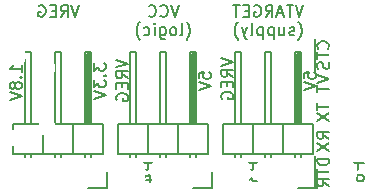
<source format=gbo>
G04 #@! TF.FileFunction,Legend,Bot*
%FSLAX46Y46*%
G04 Gerber Fmt 4.6, Leading zero omitted, Abs format (unit mm)*
G04 Created by KiCad (PCBNEW 4.0.0-stable) date Wednesday, March 30, 2016 'PMt' 02:33:30 PM*
%MOMM*%
G01*
G04 APERTURE LIST*
%ADD10C,0.100000*%
%ADD11C,0.150000*%
%ADD12O,1.350000X1.650000*%
%ADD13O,1.950000X1.400000*%
%ADD14R,2.127200X2.432000*%
%ADD15O,2.127200X2.432000*%
%ADD16R,2.432000X2.127200*%
%ADD17O,2.432000X2.127200*%
G04 APERTURE END LIST*
D10*
D11*
X27916143Y12358619D02*
X27963762Y12406238D01*
X28011381Y12549095D01*
X28011381Y12644333D01*
X27963762Y12787191D01*
X27868524Y12882429D01*
X27773286Y12930048D01*
X27582810Y12977667D01*
X27439952Y12977667D01*
X27249476Y12930048D01*
X27154238Y12882429D01*
X27059000Y12787191D01*
X27011381Y12644333D01*
X27011381Y12549095D01*
X27059000Y12406238D01*
X27106619Y12358619D01*
X27011381Y12072905D02*
X27011381Y11501476D01*
X28011381Y11787191D02*
X27011381Y11787191D01*
X27963762Y11215762D02*
X28011381Y11072905D01*
X28011381Y10834809D01*
X27963762Y10739571D01*
X27916143Y10691952D01*
X27820905Y10644333D01*
X27725667Y10644333D01*
X27630429Y10691952D01*
X27582810Y10739571D01*
X27535190Y10834809D01*
X27487571Y11025286D01*
X27439952Y11120524D01*
X27392333Y11168143D01*
X27297095Y11215762D01*
X27201857Y11215762D01*
X27106619Y11168143D01*
X27059000Y11120524D01*
X27011381Y11025286D01*
X27011381Y10787190D01*
X27059000Y10644333D01*
X26839000Y13168143D02*
X26839000Y10453857D01*
X27011381Y10112286D02*
X28011381Y9778953D01*
X27011381Y9445619D01*
X27011381Y9255143D02*
X27011381Y8683714D01*
X28011381Y8969429D02*
X27011381Y8969429D01*
X27011381Y7746905D02*
X27011381Y7175476D01*
X28011381Y7461191D02*
X27011381Y7461191D01*
X27011381Y6937381D02*
X28011381Y6270714D01*
X27011381Y6270714D02*
X28011381Y6937381D01*
X28011381Y4738666D02*
X27535190Y5072000D01*
X28011381Y5310095D02*
X27011381Y5310095D01*
X27011381Y4929142D01*
X27059000Y4833904D01*
X27106619Y4786285D01*
X27201857Y4738666D01*
X27344714Y4738666D01*
X27439952Y4786285D01*
X27487571Y4833904D01*
X27535190Y4929142D01*
X27535190Y5310095D01*
X27011381Y4405333D02*
X28011381Y3738666D01*
X27011381Y3738666D02*
X28011381Y4405333D01*
X28011381Y3047857D02*
X27011381Y3047857D01*
X27011381Y2809762D01*
X27059000Y2666904D01*
X27154238Y2571666D01*
X27249476Y2524047D01*
X27439952Y2476428D01*
X27582810Y2476428D01*
X27773286Y2524047D01*
X27868524Y2571666D01*
X27963762Y2666904D01*
X28011381Y2809762D01*
X28011381Y3047857D01*
X27011381Y2190714D02*
X27011381Y1619285D01*
X28011381Y1905000D02*
X27011381Y1905000D01*
X28011381Y714523D02*
X27535190Y1047857D01*
X28011381Y1285952D02*
X27011381Y1285952D01*
X27011381Y904999D01*
X27059000Y809761D01*
X27106619Y762142D01*
X27201857Y714523D01*
X27344714Y714523D01*
X27439952Y762142D01*
X27487571Y809761D01*
X27535190Y904999D01*
X27535190Y1285952D01*
X26839000Y3285952D02*
X26839000Y524047D01*
X25868381Y9842476D02*
X25868381Y10318667D01*
X26344571Y10366286D01*
X26296952Y10318667D01*
X26249333Y10223429D01*
X26249333Y9985333D01*
X26296952Y9890095D01*
X26344571Y9842476D01*
X26439810Y9794857D01*
X26677905Y9794857D01*
X26773143Y9842476D01*
X26820762Y9890095D01*
X26868381Y9985333D01*
X26868381Y10223429D01*
X26820762Y10318667D01*
X26773143Y10366286D01*
X25868381Y9509143D02*
X26868381Y9175810D01*
X25868381Y8842476D01*
X18883381Y11564714D02*
X19883381Y11231381D01*
X18883381Y10898047D01*
X19883381Y9993285D02*
X19407190Y10326619D01*
X19883381Y10564714D02*
X18883381Y10564714D01*
X18883381Y10183761D01*
X18931000Y10088523D01*
X18978619Y10040904D01*
X19073857Y9993285D01*
X19216714Y9993285D01*
X19311952Y10040904D01*
X19359571Y10088523D01*
X19407190Y10183761D01*
X19407190Y10564714D01*
X19359571Y9564714D02*
X19359571Y9231380D01*
X19883381Y9088523D02*
X19883381Y9564714D01*
X18883381Y9564714D01*
X18883381Y9088523D01*
X18931000Y8136142D02*
X18883381Y8231380D01*
X18883381Y8374237D01*
X18931000Y8517095D01*
X19026238Y8612333D01*
X19121476Y8659952D01*
X19311952Y8707571D01*
X19454810Y8707571D01*
X19645286Y8659952D01*
X19740524Y8612333D01*
X19835762Y8517095D01*
X19883381Y8374237D01*
X19883381Y8278999D01*
X19835762Y8136142D01*
X19788143Y8088523D01*
X19454810Y8088523D01*
X19454810Y8278999D01*
X16978381Y9842476D02*
X16978381Y10318667D01*
X17454571Y10366286D01*
X17406952Y10318667D01*
X17359333Y10223429D01*
X17359333Y9985333D01*
X17406952Y9890095D01*
X17454571Y9842476D01*
X17549810Y9794857D01*
X17787905Y9794857D01*
X17883143Y9842476D01*
X17930762Y9890095D01*
X17978381Y9985333D01*
X17978381Y10223429D01*
X17930762Y10318667D01*
X17883143Y10366286D01*
X16978381Y9509143D02*
X17978381Y9175810D01*
X16978381Y8842476D01*
X9993381Y11437714D02*
X10993381Y11104381D01*
X9993381Y10771047D01*
X10993381Y9866285D02*
X10517190Y10199619D01*
X10993381Y10437714D02*
X9993381Y10437714D01*
X9993381Y10056761D01*
X10041000Y9961523D01*
X10088619Y9913904D01*
X10183857Y9866285D01*
X10326714Y9866285D01*
X10421952Y9913904D01*
X10469571Y9961523D01*
X10517190Y10056761D01*
X10517190Y10437714D01*
X10469571Y9437714D02*
X10469571Y9104380D01*
X10993381Y8961523D02*
X10993381Y9437714D01*
X9993381Y9437714D01*
X9993381Y8961523D01*
X10041000Y8009142D02*
X9993381Y8104380D01*
X9993381Y8247237D01*
X10041000Y8390095D01*
X10136238Y8485333D01*
X10231476Y8532952D01*
X10421952Y8580571D01*
X10564810Y8580571D01*
X10755286Y8532952D01*
X10850524Y8485333D01*
X10945762Y8390095D01*
X10993381Y8247237D01*
X10993381Y8151999D01*
X10945762Y8009142D01*
X10898143Y7961523D01*
X10564810Y7961523D01*
X10564810Y8151999D01*
X8088381Y11128190D02*
X8088381Y10509142D01*
X8469333Y10842476D01*
X8469333Y10699618D01*
X8516952Y10604380D01*
X8564571Y10556761D01*
X8659810Y10509142D01*
X8897905Y10509142D01*
X8993143Y10556761D01*
X9040762Y10604380D01*
X9088381Y10699618D01*
X9088381Y10985333D01*
X9040762Y11080571D01*
X8993143Y11128190D01*
X8993143Y10080571D02*
X9040762Y10032952D01*
X9088381Y10080571D01*
X9040762Y10128190D01*
X8993143Y10080571D01*
X9088381Y10080571D01*
X8088381Y9699619D02*
X8088381Y9080571D01*
X8469333Y9413905D01*
X8469333Y9271047D01*
X8516952Y9175809D01*
X8564571Y9128190D01*
X8659810Y9080571D01*
X8897905Y9080571D01*
X8993143Y9128190D01*
X9040762Y9175809D01*
X9088381Y9271047D01*
X9088381Y9556762D01*
X9040762Y9652000D01*
X8993143Y9699619D01*
X8088381Y8794857D02*
X9088381Y8461524D01*
X8088381Y8128190D01*
X1976381Y10382142D02*
X1976381Y10953571D01*
X1976381Y10667857D02*
X976381Y10667857D01*
X1119238Y10763095D01*
X1214476Y10858333D01*
X1262095Y10953571D01*
X1881143Y9953571D02*
X1928762Y9905952D01*
X1976381Y9953571D01*
X1928762Y10001190D01*
X1881143Y9953571D01*
X1976381Y9953571D01*
X1404952Y9334524D02*
X1357333Y9429762D01*
X1309714Y9477381D01*
X1214476Y9525000D01*
X1166857Y9525000D01*
X1071619Y9477381D01*
X1024000Y9429762D01*
X976381Y9334524D01*
X976381Y9144047D01*
X1024000Y9048809D01*
X1071619Y9001190D01*
X1166857Y8953571D01*
X1214476Y8953571D01*
X1309714Y9001190D01*
X1357333Y9048809D01*
X1404952Y9144047D01*
X1404952Y9334524D01*
X1452571Y9429762D01*
X1500190Y9477381D01*
X1595429Y9525000D01*
X1785905Y9525000D01*
X1881143Y9477381D01*
X1928762Y9429762D01*
X1976381Y9334524D01*
X1976381Y9144047D01*
X1928762Y9048809D01*
X1881143Y9001190D01*
X1785905Y8953571D01*
X1595429Y8953571D01*
X1500190Y9001190D01*
X1452571Y9048809D01*
X1404952Y9144047D01*
X976381Y8667857D02*
X1976381Y8334524D01*
X976381Y8001190D01*
X6865714Y16041619D02*
X6532381Y15041619D01*
X6199047Y16041619D01*
X5294285Y15041619D02*
X5627619Y15517810D01*
X5865714Y15041619D02*
X5865714Y16041619D01*
X5484761Y16041619D01*
X5389523Y15994000D01*
X5341904Y15946381D01*
X5294285Y15851143D01*
X5294285Y15708286D01*
X5341904Y15613048D01*
X5389523Y15565429D01*
X5484761Y15517810D01*
X5865714Y15517810D01*
X4865714Y15565429D02*
X4532380Y15565429D01*
X4389523Y15041619D02*
X4865714Y15041619D01*
X4865714Y16041619D01*
X4389523Y16041619D01*
X3437142Y15994000D02*
X3532380Y16041619D01*
X3675237Y16041619D01*
X3818095Y15994000D01*
X3913333Y15898762D01*
X3960952Y15803524D01*
X4008571Y15613048D01*
X4008571Y15470190D01*
X3960952Y15279714D01*
X3913333Y15184476D01*
X3818095Y15089238D01*
X3675237Y15041619D01*
X3579999Y15041619D01*
X3437142Y15089238D01*
X3389523Y15136857D01*
X3389523Y15470190D01*
X3579999Y15470190D01*
X15303333Y16054619D02*
X14970000Y15054619D01*
X14636666Y16054619D01*
X13731904Y15149857D02*
X13779523Y15102238D01*
X13922380Y15054619D01*
X14017618Y15054619D01*
X14160476Y15102238D01*
X14255714Y15197476D01*
X14303333Y15292714D01*
X14350952Y15483190D01*
X14350952Y15626048D01*
X14303333Y15816524D01*
X14255714Y15911762D01*
X14160476Y16007000D01*
X14017618Y16054619D01*
X13922380Y16054619D01*
X13779523Y16007000D01*
X13731904Y15959381D01*
X12731904Y15149857D02*
X12779523Y15102238D01*
X12922380Y15054619D01*
X13017618Y15054619D01*
X13160476Y15102238D01*
X13255714Y15197476D01*
X13303333Y15292714D01*
X13350952Y15483190D01*
X13350952Y15626048D01*
X13303333Y15816524D01*
X13255714Y15911762D01*
X13160476Y16007000D01*
X13017618Y16054619D01*
X12922380Y16054619D01*
X12779523Y16007000D01*
X12731904Y15959381D01*
X15946190Y13123667D02*
X15993810Y13171286D01*
X16089048Y13314143D01*
X16136667Y13409381D01*
X16184286Y13552238D01*
X16231905Y13790333D01*
X16231905Y13980810D01*
X16184286Y14218905D01*
X16136667Y14361762D01*
X16089048Y14457000D01*
X15993810Y14599857D01*
X15946190Y14647476D01*
X15422381Y13504619D02*
X15517619Y13552238D01*
X15565238Y13647476D01*
X15565238Y14504619D01*
X14898571Y13504619D02*
X14993809Y13552238D01*
X15041428Y13599857D01*
X15089047Y13695095D01*
X15089047Y13980810D01*
X15041428Y14076048D01*
X14993809Y14123667D01*
X14898571Y14171286D01*
X14755713Y14171286D01*
X14660475Y14123667D01*
X14612856Y14076048D01*
X14565237Y13980810D01*
X14565237Y13695095D01*
X14612856Y13599857D01*
X14660475Y13552238D01*
X14755713Y13504619D01*
X14898571Y13504619D01*
X13708094Y14171286D02*
X13708094Y13361762D01*
X13755713Y13266524D01*
X13803332Y13218905D01*
X13898571Y13171286D01*
X14041428Y13171286D01*
X14136666Y13218905D01*
X13708094Y13552238D02*
X13803332Y13504619D01*
X13993809Y13504619D01*
X14089047Y13552238D01*
X14136666Y13599857D01*
X14184285Y13695095D01*
X14184285Y13980810D01*
X14136666Y14076048D01*
X14089047Y14123667D01*
X13993809Y14171286D01*
X13803332Y14171286D01*
X13708094Y14123667D01*
X13231904Y13504619D02*
X13231904Y14171286D01*
X13231904Y14504619D02*
X13279523Y14457000D01*
X13231904Y14409381D01*
X13184285Y14457000D01*
X13231904Y14504619D01*
X13231904Y14409381D01*
X12327142Y13552238D02*
X12422380Y13504619D01*
X12612857Y13504619D01*
X12708095Y13552238D01*
X12755714Y13599857D01*
X12803333Y13695095D01*
X12803333Y13980810D01*
X12755714Y14076048D01*
X12708095Y14123667D01*
X12612857Y14171286D01*
X12422380Y14171286D01*
X12327142Y14123667D01*
X11993809Y13123667D02*
X11946190Y13171286D01*
X11850952Y13314143D01*
X11803333Y13409381D01*
X11755714Y13552238D01*
X11708095Y13790333D01*
X11708095Y13980810D01*
X11755714Y14218905D01*
X11803333Y14361762D01*
X11850952Y14457000D01*
X11946190Y14599857D01*
X11993809Y14647476D01*
X25836191Y16054619D02*
X25502858Y15054619D01*
X25169524Y16054619D01*
X24979048Y16054619D02*
X24407619Y16054619D01*
X24693334Y15054619D02*
X24693334Y16054619D01*
X24121905Y15340333D02*
X23645714Y15340333D01*
X24217143Y15054619D02*
X23883810Y16054619D01*
X23550476Y15054619D01*
X22645714Y15054619D02*
X22979048Y15530810D01*
X23217143Y15054619D02*
X23217143Y16054619D01*
X22836190Y16054619D01*
X22740952Y16007000D01*
X22693333Y15959381D01*
X22645714Y15864143D01*
X22645714Y15721286D01*
X22693333Y15626048D01*
X22740952Y15578429D01*
X22836190Y15530810D01*
X23217143Y15530810D01*
X21693333Y16007000D02*
X21788571Y16054619D01*
X21931428Y16054619D01*
X22074286Y16007000D01*
X22169524Y15911762D01*
X22217143Y15816524D01*
X22264762Y15626048D01*
X22264762Y15483190D01*
X22217143Y15292714D01*
X22169524Y15197476D01*
X22074286Y15102238D01*
X21931428Y15054619D01*
X21836190Y15054619D01*
X21693333Y15102238D01*
X21645714Y15149857D01*
X21645714Y15483190D01*
X21836190Y15483190D01*
X21217143Y15578429D02*
X20883809Y15578429D01*
X20740952Y15054619D02*
X21217143Y15054619D01*
X21217143Y16054619D01*
X20740952Y16054619D01*
X20455238Y16054619D02*
X19883809Y16054619D01*
X20169524Y15054619D02*
X20169524Y16054619D01*
X25407619Y13123667D02*
X25455239Y13171286D01*
X25550477Y13314143D01*
X25598096Y13409381D01*
X25645715Y13552238D01*
X25693334Y13790333D01*
X25693334Y13980810D01*
X25645715Y14218905D01*
X25598096Y14361762D01*
X25550477Y14457000D01*
X25455239Y14599857D01*
X25407619Y14647476D01*
X25074286Y13552238D02*
X24979048Y13504619D01*
X24788572Y13504619D01*
X24693333Y13552238D01*
X24645714Y13647476D01*
X24645714Y13695095D01*
X24693333Y13790333D01*
X24788572Y13837952D01*
X24931429Y13837952D01*
X25026667Y13885571D01*
X25074286Y13980810D01*
X25074286Y14028429D01*
X25026667Y14123667D01*
X24931429Y14171286D01*
X24788572Y14171286D01*
X24693333Y14123667D01*
X23788571Y14171286D02*
X23788571Y13504619D01*
X24217143Y14171286D02*
X24217143Y13647476D01*
X24169524Y13552238D01*
X24074286Y13504619D01*
X23931428Y13504619D01*
X23836190Y13552238D01*
X23788571Y13599857D01*
X23312381Y14171286D02*
X23312381Y13171286D01*
X23312381Y14123667D02*
X23217143Y14171286D01*
X23026666Y14171286D01*
X22931428Y14123667D01*
X22883809Y14076048D01*
X22836190Y13980810D01*
X22836190Y13695095D01*
X22883809Y13599857D01*
X22931428Y13552238D01*
X23026666Y13504619D01*
X23217143Y13504619D01*
X23312381Y13552238D01*
X22407619Y14171286D02*
X22407619Y13171286D01*
X22407619Y14123667D02*
X22312381Y14171286D01*
X22121904Y14171286D01*
X22026666Y14123667D01*
X21979047Y14076048D01*
X21931428Y13980810D01*
X21931428Y13695095D01*
X21979047Y13599857D01*
X22026666Y13552238D01*
X22121904Y13504619D01*
X22312381Y13504619D01*
X22407619Y13552238D01*
X21360000Y13504619D02*
X21455238Y13552238D01*
X21502857Y13647476D01*
X21502857Y14504619D01*
X21074285Y14171286D02*
X20836190Y13504619D01*
X20598094Y14171286D02*
X20836190Y13504619D01*
X20931428Y13266524D01*
X20979047Y13218905D01*
X21074285Y13171286D01*
X20312380Y13123667D02*
X20264761Y13171286D01*
X20169523Y13314143D01*
X20121904Y13409381D01*
X20074285Y13552238D01*
X20026666Y13790333D01*
X20026666Y13980810D01*
X20074285Y14218905D01*
X20121904Y14361762D01*
X20169523Y14457000D01*
X20264761Y14599857D01*
X20312380Y14647476D01*
X18060000Y605000D02*
X16510000Y605000D01*
X18060000Y1905000D02*
X18060000Y605000D01*
X16637000Y6096000D02*
X16637000Y11938000D01*
X16637000Y11938000D02*
X16383000Y11938000D01*
X16383000Y11938000D02*
X16383000Y6096000D01*
X16383000Y6096000D02*
X16510000Y6096000D01*
X16510000Y6096000D02*
X16510000Y11938000D01*
X16764000Y3429000D02*
X16764000Y3048000D01*
X16256000Y3429000D02*
X16256000Y3048000D01*
X14224000Y3429000D02*
X14224000Y3048000D01*
X13716000Y3429000D02*
X13716000Y3048000D01*
X11684000Y3429000D02*
X11684000Y3048000D01*
X11176000Y3429000D02*
X11176000Y3048000D01*
X15240000Y5969000D02*
X17780000Y5969000D01*
X16256000Y12065000D02*
X16256000Y5969000D01*
X16764000Y12065000D02*
X16256000Y12065000D01*
X16764000Y5969000D02*
X16764000Y12065000D01*
X15240000Y3429000D02*
X15240000Y5969000D01*
X17780000Y3429000D02*
X15240000Y3429000D01*
X17780000Y3429000D02*
X17780000Y5969000D01*
X12700000Y3429000D02*
X12700000Y5969000D01*
X12700000Y3429000D02*
X10160000Y3429000D01*
X11684000Y5969000D02*
X11684000Y12065000D01*
X11684000Y12065000D02*
X11176000Y12065000D01*
X11176000Y12065000D02*
X11176000Y5969000D01*
X10160000Y5969000D02*
X12700000Y5969000D01*
X12700000Y5969000D02*
X15240000Y5969000D01*
X13716000Y12065000D02*
X13716000Y5969000D01*
X14224000Y12065000D02*
X13716000Y12065000D01*
X14224000Y5969000D02*
X14224000Y12065000D01*
X12700000Y3429000D02*
X12700000Y5969000D01*
X15240000Y3429000D02*
X12700000Y3429000D01*
X15240000Y3429000D02*
X15240000Y5969000D01*
X10160000Y3429000D02*
X10160000Y5969000D01*
X9170000Y605000D02*
X7620000Y605000D01*
X9170000Y1905000D02*
X9170000Y605000D01*
X7747000Y6096000D02*
X7747000Y11938000D01*
X7747000Y11938000D02*
X7493000Y11938000D01*
X7493000Y11938000D02*
X7493000Y6096000D01*
X7493000Y6096000D02*
X7620000Y6096000D01*
X7620000Y6096000D02*
X7620000Y11938000D01*
X7874000Y3429000D02*
X7874000Y3048000D01*
X7366000Y3429000D02*
X7366000Y3048000D01*
X5334000Y3429000D02*
X5334000Y3048000D01*
X4826000Y3429000D02*
X4826000Y3048000D01*
X2794000Y3429000D02*
X2794000Y3048000D01*
X2286000Y3429000D02*
X2286000Y3048000D01*
X6350000Y5969000D02*
X8890000Y5969000D01*
X7366000Y12065000D02*
X7366000Y5969000D01*
X7874000Y12065000D02*
X7366000Y12065000D01*
X7874000Y5969000D02*
X7874000Y12065000D01*
X6350000Y3429000D02*
X6350000Y5969000D01*
X8890000Y3429000D02*
X6350000Y3429000D01*
X8890000Y3429000D02*
X8890000Y5969000D01*
X3810000Y3429000D02*
X3810000Y5969000D01*
X3810000Y3429000D02*
X1270000Y3429000D01*
X2794000Y5969000D02*
X2794000Y12065000D01*
X2794000Y12065000D02*
X2286000Y12065000D01*
X2286000Y12065000D02*
X2286000Y5969000D01*
X1270000Y5969000D02*
X3810000Y5969000D01*
X3810000Y5969000D02*
X6350000Y5969000D01*
X4826000Y12065000D02*
X4826000Y5969000D01*
X5334000Y12065000D02*
X4826000Y12065000D01*
X5334000Y5969000D02*
X5334000Y12065000D01*
X3810000Y3429000D02*
X3810000Y5969000D01*
X6350000Y3429000D02*
X3810000Y3429000D01*
X6350000Y3429000D02*
X6350000Y5969000D01*
X1270000Y3429000D02*
X1270000Y5969000D01*
X26950000Y605000D02*
X25400000Y605000D01*
X26950000Y1905000D02*
X26950000Y605000D01*
X25527000Y6096000D02*
X25527000Y11938000D01*
X25527000Y11938000D02*
X25273000Y11938000D01*
X25273000Y11938000D02*
X25273000Y6096000D01*
X25273000Y6096000D02*
X25400000Y6096000D01*
X25400000Y6096000D02*
X25400000Y11938000D01*
X25654000Y3429000D02*
X25654000Y3048000D01*
X25146000Y3429000D02*
X25146000Y3048000D01*
X23114000Y3429000D02*
X23114000Y3048000D01*
X22606000Y3429000D02*
X22606000Y3048000D01*
X20574000Y3429000D02*
X20574000Y3048000D01*
X20066000Y3429000D02*
X20066000Y3048000D01*
X24130000Y5969000D02*
X26670000Y5969000D01*
X25146000Y12065000D02*
X25146000Y5969000D01*
X25654000Y12065000D02*
X25146000Y12065000D01*
X25654000Y5969000D02*
X25654000Y12065000D01*
X24130000Y3429000D02*
X24130000Y5969000D01*
X26670000Y3429000D02*
X24130000Y3429000D01*
X26670000Y3429000D02*
X26670000Y5969000D01*
X21590000Y3429000D02*
X21590000Y5969000D01*
X21590000Y3429000D02*
X19050000Y3429000D01*
X20574000Y5969000D02*
X20574000Y12065000D01*
X20574000Y12065000D02*
X20066000Y12065000D01*
X20066000Y12065000D02*
X20066000Y5969000D01*
X19050000Y5969000D02*
X21590000Y5969000D01*
X21590000Y5969000D02*
X24130000Y5969000D01*
X22606000Y12065000D02*
X22606000Y5969000D01*
X23114000Y12065000D02*
X22606000Y12065000D01*
X23114000Y5969000D02*
X23114000Y12065000D01*
X21590000Y3429000D02*
X21590000Y5969000D01*
X24130000Y3429000D02*
X21590000Y3429000D01*
X24130000Y3429000D02*
X24130000Y5969000D01*
X19050000Y3429000D02*
X19050000Y5969000D01*
X22062381Y2643095D02*
X21062381Y2643095D01*
X21062381Y2262142D01*
X21110000Y2166904D01*
X21157619Y2119285D01*
X21252857Y2071666D01*
X21395714Y2071666D01*
X21490952Y2119285D01*
X21538571Y2166904D01*
X21586190Y2262142D01*
X21586190Y2643095D01*
X21062381Y1738333D02*
X21062381Y1119285D01*
X21443333Y1452619D01*
X21443333Y1309761D01*
X21490952Y1214523D01*
X21538571Y1166904D01*
X21633810Y1119285D01*
X21871905Y1119285D01*
X21967143Y1166904D01*
X22014762Y1214523D01*
X22062381Y1309761D01*
X22062381Y1595476D01*
X22014762Y1690714D01*
X21967143Y1738333D01*
X13172381Y2643095D02*
X12172381Y2643095D01*
X12172381Y2262142D01*
X12220000Y2166904D01*
X12267619Y2119285D01*
X12362857Y2071666D01*
X12505714Y2071666D01*
X12600952Y2119285D01*
X12648571Y2166904D01*
X12696190Y2262142D01*
X12696190Y2643095D01*
X12505714Y1214523D02*
X13172381Y1214523D01*
X12124762Y1452619D02*
X12839048Y1690714D01*
X12839048Y1071666D01*
X30952381Y2643095D02*
X29952381Y2643095D01*
X29952381Y2262142D01*
X30000000Y2166904D01*
X30047619Y2119285D01*
X30142857Y2071666D01*
X30285714Y2071666D01*
X30380952Y2119285D01*
X30428571Y2166904D01*
X30476190Y2262142D01*
X30476190Y2643095D01*
X29952381Y1214523D02*
X29952381Y1405000D01*
X30000000Y1500238D01*
X30047619Y1547857D01*
X30190476Y1643095D01*
X30380952Y1690714D01*
X30761905Y1690714D01*
X30857143Y1643095D01*
X30904762Y1595476D01*
X30952381Y1500238D01*
X30952381Y1309761D01*
X30904762Y1214523D01*
X30857143Y1166904D01*
X30761905Y1119285D01*
X30523810Y1119285D01*
X30428571Y1166904D01*
X30380952Y1214523D01*
X30333333Y1309761D01*
X30333333Y1500238D01*
X30380952Y1595476D01*
X30428571Y1643095D01*
X30523810Y1690714D01*
%LPC*%
D12*
X4102540Y10755900D03*
X4102540Y5755900D03*
D13*
X1402540Y11755900D03*
X1402540Y4755900D03*
D14*
X16510000Y1905000D03*
D15*
X13970000Y1905000D03*
X11430000Y1905000D03*
D14*
X7620000Y1905000D03*
D15*
X5080000Y1905000D03*
X2540000Y1905000D03*
D16*
X29210000Y14605000D03*
D17*
X29210000Y12065000D03*
X29210000Y9525000D03*
X29210000Y6985000D03*
X29210000Y4445000D03*
X29210000Y1905000D03*
D14*
X25400000Y1905000D03*
D15*
X22860000Y1905000D03*
X20320000Y1905000D03*
M02*

</source>
